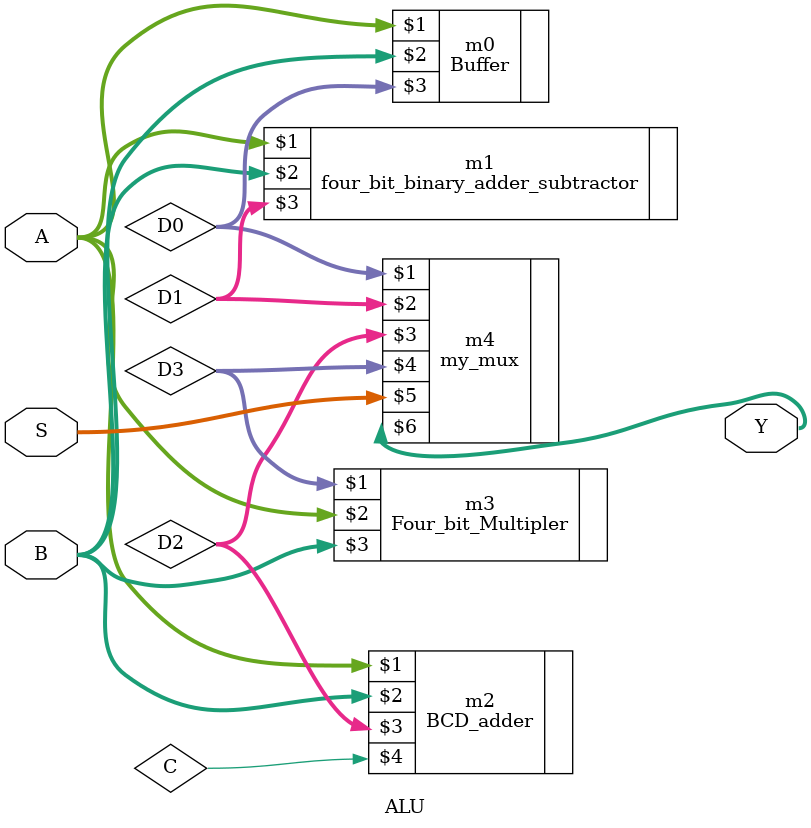
<source format=v>
`timescale 1ns / 1ps
module ALU(input [3:0] A,B, input [1:0] S,
           output [7:0] Y); 
			  
	wire [7:0] D0, D1, D2, D3;
	reg [3:0] Z;
	reg Cout;
	wire C;

	Buffer m0(A,B,D0);
	four_bit_binary_adder_subtractor m1(A,B,D1);
	BCD_adder m2(A,B,D2,C);
	Four_bit_Multipler m3(D3, A, B);
	my_mux m4(D0, D1, D2, D3, S,Y);
	
	endmodule
	




</source>
